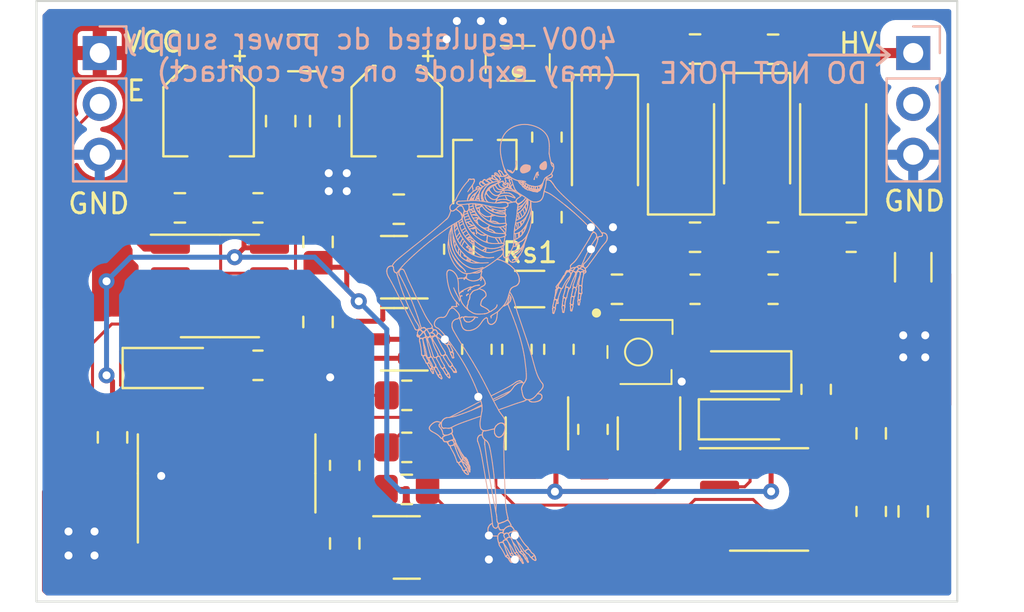
<source format=kicad_pcb>
(kicad_pcb (version 20221018) (generator pcbnew)

  (general
    (thickness 1.6)
  )

  (paper "A4")
  (layers
    (0 "F.Cu" signal)
    (31 "B.Cu" signal)
    (32 "B.Adhes" user "B.Adhesive")
    (33 "F.Adhes" user "F.Adhesive")
    (34 "B.Paste" user)
    (35 "F.Paste" user)
    (36 "B.SilkS" user "B.Silkscreen")
    (37 "F.SilkS" user "F.Silkscreen")
    (38 "B.Mask" user)
    (39 "F.Mask" user)
    (40 "Dwgs.User" user "User.Drawings")
    (41 "Cmts.User" user "User.Comments")
    (42 "Eco1.User" user "User.Eco1")
    (43 "Eco2.User" user "User.Eco2")
    (44 "Edge.Cuts" user)
    (45 "Margin" user)
    (46 "B.CrtYd" user "B.Courtyard")
    (47 "F.CrtYd" user "F.Courtyard")
    (48 "B.Fab" user)
    (49 "F.Fab" user)
    (50 "User.1" user)
    (51 "User.2" user)
    (52 "User.3" user)
    (53 "User.4" user)
    (54 "User.5" user)
    (55 "User.6" user)
    (56 "User.7" user)
    (57 "User.8" user)
    (58 "User.9" user)
  )

  (setup
    (stackup
      (layer "F.SilkS" (type "Top Silk Screen"))
      (layer "F.Paste" (type "Top Solder Paste"))
      (layer "F.Mask" (type "Top Solder Mask") (thickness 0.01))
      (layer "F.Cu" (type "copper") (thickness 0.035))
      (layer "dielectric 1" (type "core") (thickness 1.51) (material "FR4") (epsilon_r 4.5) (loss_tangent 0.02))
      (layer "B.Cu" (type "copper") (thickness 0.035))
      (layer "B.Mask" (type "Bottom Solder Mask") (thickness 0.01))
      (layer "B.Paste" (type "Bottom Solder Paste"))
      (layer "B.SilkS" (type "Bottom Silk Screen"))
      (copper_finish "None")
      (dielectric_constraints no)
    )
    (pad_to_mask_clearance 0)
    (pcbplotparams
      (layerselection 0x00010fc_ffffffff)
      (plot_on_all_layers_selection 0x0000000_00000000)
      (disableapertmacros false)
      (usegerberextensions true)
      (usegerberattributes true)
      (usegerberadvancedattributes true)
      (creategerberjobfile false)
      (dashed_line_dash_ratio 12.000000)
      (dashed_line_gap_ratio 3.000000)
      (svgprecision 4)
      (plotframeref false)
      (viasonmask false)
      (mode 1)
      (useauxorigin false)
      (hpglpennumber 1)
      (hpglpenspeed 20)
      (hpglpendiameter 15.000000)
      (dxfpolygonmode true)
      (dxfimperialunits true)
      (dxfusepcbnewfont true)
      (psnegative false)
      (psa4output false)
      (plotreference true)
      (plotvalue true)
      (plotinvisibletext false)
      (sketchpadsonfab false)
      (subtractmaskfromsilk true)
      (outputformat 1)
      (mirror false)
      (drillshape 0)
      (scaleselection 1)
      (outputdirectory "gerber/")
    )
  )

  (net 0 "")
  (net 1 "VCC")
  (net 2 "GND")
  (net 3 "/VPR")
  (net 4 "Net-(C5-Pad1)")
  (net 5 "VPP")
  (net 6 "/VTR_SEC")
  (net 7 "/GATE")
  (net 8 "Net-(D2-K)")
  (net 9 "/VFEED")
  (net 10 "Net-(D3-K)")
  (net 11 "Net-(D1-K)")
  (net 12 "Net-(C9-Pad1)")
  (net 13 "/VERR")
  (net 14 "Net-(D4-K)")
  (net 15 "/ENABLE")
  (net 16 "unconnected-(J2-Pin_2-Pad2)")
  (net 17 "/RFEED_H")
  (net 18 "Net-(Q2-B)")
  (net 19 "Net-(Q2-E)")
  (net 20 "/SR_Q")
  (net 21 "/EN_LINE")
  (net 22 "/SR_R")
  (net 23 "/SR_NQ")
  (net 24 "/SR_S")
  (net 25 "Net-(U5-CV)")
  (net 26 "Net-(D5-K)")
  (net 27 "Net-(C19-Pad1)")
  (net 28 "Net-(D6-K)")
  (net 29 "Net-(D6-A)")
  (net 30 "Net-(D7-K)")
  (net 31 "/MOS_D")
  (net 32 "Net-(U1-+)")
  (net 33 "Net-(U1--)")
  (net 34 "Net-(U2-+)")
  (net 35 "Net-(U6A-+)")
  (net 36 "Net-(U6B-+)")
  (net 37 "Net-(U3-Pad2)")

  (footprint "Capacitor_SMD:C_0805_2012Metric_Pad1.18x1.45mm_HandSolder" (layer "F.Cu") (at 158.6 42 90))

  (footprint "Resistor_SMD:R_0805_2012Metric_Pad1.20x1.40mm_HandSolder" (layer "F.Cu") (at 140.9 37.8 -90))

  (footprint "Resistor_SMD:R_0805_2012Metric_Pad1.20x1.40mm_HandSolder" (layer "F.Cu") (at 149.8 34.8 180))

  (footprint "Package_TO_SOT_SMD:SOT-23-5" (layer "F.Cu") (at 147.5 42 -90))

  (footprint "Resistor_SMD:R_0805_2012Metric_Pad1.20x1.40mm_HandSolder" (layer "F.Cu") (at 144.7 41.8 90))

  (footprint "Capacitor_SMD:C_0805_2012Metric_Pad1.18x1.45mm_HandSolder" (layer "F.Cu") (at 120.7 42.2 -90))

  (footprint "Capacitor_SMD:C_0805_2012Metric_Pad1.18x1.45mm_HandSolder" (layer "F.Cu") (at 130.965 36.435 -90))

  (footprint "Package_SO:SOIC-8_3.9x4.9mm_P1.27mm" (layer "F.Cu") (at 126.065 34.635))

  (footprint "Capacitor_SMD:C_0805_2012Metric_Pad1.18x1.45mm_HandSolder" (layer "F.Cu") (at 153.7 22.81))

  (footprint "Package_TO_SOT_SMD:SOT-23" (layer "F.Cu") (at 135.4 47.7))

  (footprint "Diode_SMD:D_SOD-123" (layer "F.Cu") (at 152.25 38.9 180))

  (footprint "Diode_SMD:D_SMA" (layer "F.Cu") (at 149.1 27.555 90))

  (footprint "Resistor_SMD:R_0805_2012Metric_Pad1.20x1.40mm_HandSolder" (layer "F.Cu") (at 135.4 40.1))

  (footprint "Resistor_SMD:R_0805_2012Metric_Pad1.20x1.40mm_HandSolder" (layer "F.Cu") (at 155.85 39.8 90))

  (footprint "Resistor_SMD:R_0805_2012Metric_Pad1.20x1.40mm_HandSolder" (layer "F.Cu") (at 157.6 32.2))

  (footprint "lcsc_misc:VG039NCHXTB222" (layer "F.Cu") (at 148.575 37.885139 -90))

  (footprint "Resistor_SMD:R_1206_3216Metric_Pad1.30x1.75mm_HandSolder" (layer "F.Cu") (at 130.2 23))

  (footprint "Capacitor_SMD:C_0805_2012Metric_Pad1.18x1.45mm_HandSolder" (layer "F.Cu") (at 129.1 26.4 -90))

  (footprint "Resistor_SMD:R_0805_2012Metric_Pad1.20x1.40mm_HandSolder" (layer "F.Cu") (at 132.3 43.6 -90))

  (footprint "Diode_SMD:D_SOD-123" (layer "F.Cu") (at 152.35 41.3))

  (footprint "Resistor_SMD:R_0805_2012Metric_Pad1.20x1.40mm_HandSolder" (layer "F.Cu") (at 143 37.8 -90))

  (footprint "Package_SO:SOIC-14_3.9x8.7mm_P1.27mm" (layer "F.Cu") (at 126.4 44 90))

  (footprint "Diode_SMD:D_SOD-123" (layer "F.Cu") (at 123.565 38.735))

  (footprint "Resistor_SMD:R_0805_2012Metric_Pad1.20x1.40mm_HandSolder" (layer "F.Cu") (at 135.4 42.7))

  (footprint "Capacitor_SMD:C_0805_2012Metric_Pad1.18x1.45mm_HandSolder" (layer "F.Cu") (at 132.3 47.5 -90))

  (footprint "Package_TO_SOT_SMD:SOT-23" (layer "F.Cu") (at 134.7625 33.7 180))

  (footprint "Package_TO_SOT_SMD:SOT-23" (layer "F.Cu") (at 134.7625 37.3 180))

  (footprint "Diode_SMD:D_SMA" (layer "F.Cu") (at 145.3 27.6 -90))

  (footprint "lcsc_misc:ATB322524-0110-T000" (layer "F.Cu") (at 140.94 23.54))

  (footprint "Package_SO:SOIC-8_3.9x4.9mm_P1.27mm" (layer "F.Cu") (at 153.5 45.3))

  (footprint "Capacitor_SMD:C_1206_3216Metric_Pad1.33x1.80mm_HandSolder" (layer "F.Cu") (at 160.7 33.7 -90))

  (footprint "Capacitor_SMD:C_0805_2012Metric_Pad1.18x1.45mm_HandSolder" (layer "F.Cu") (at 149.8 32.2))

  (footprint "Capacitor_SMD:C_0805_2012Metric_Pad1.18x1.45mm_HandSolder" (layer "F.Cu") (at 149.8 22.8))

  (footprint "Capacitor_SMD:C_0805_2012Metric_Pad1.18x1.45mm_HandSolder" (layer "F.Cu") (at 135.4 44.8 180))

  (footprint "Capacitor_SMD:C_0805_2012Metric_Pad1.18x1.45mm_HandSolder" (layer "F.Cu") (at 153.7 32.2))

  (footprint "Diode_SMD:D_SMA" (layer "F.Cu") (at 156.7 27.555 90))

  (footprint "Capacitor_SMD:CP_Elec_4x5.4" (layer "F.Cu") (at 125.5 25.9 -90))

  (footprint "Capacitor_SMD:C_0805_2012Metric_Pad1.18x1.45mm_HandSolder" (layer "F.Cu") (at 142.4 31.2 -90))

  (footprint "Capacitor_SMD:C_0805_2012Metric_Pad1.18x1.45mm_HandSolder" (layer "F.Cu") (at 145.9 34.8 180))

  (footprint "Resistor_SMD:R_0805_2012Metric_Pad1.20x1.40mm_HandSolder" (layer "F.Cu") (at 138.9 37.8 -90))

  (footprint "Resistor_SMD:R_0805_2012Metric_Pad1.20x1.40mm_HandSolder" (layer "F.Cu") (at 158.6 45.9 90))

  (footprint "Resistor_SMD:R_1206_3216Metric_Pad1.30x1.75mm_HandSolder" (layer "F.Cu") (at 141.54 34.79))

  (footprint "Diode_SMD:D_SMA" (layer "F.Cu") (at 152.9 27.51 -90))

  (footprint "Resistor_SMD:R_0805_2012Metric_Pad1.20x1.40mm_HandSolder" (layer "F.Cu") (at 138 32.8 90))

  (footprint "Resistor_SMD:R_0805_2012Metric_Pad1.20x1.40mm_HandSolder" (layer "F.Cu") (at 127.965 38.6))

  (footprint "Capacitor_SMD:CP_Elec_4x5.4" (layer "F.Cu") (at 134.9 25.9 -90))

  (footprint "Resistor_SMD:R_0805_2012Metric_Pad1.20x1.40mm_HandSolder" (layer "F.Cu") (at 142.4 27.2 -90))

  (footprint "Capacitor_SMD:C_0805_2012Metric_Pad1.18x1.45mm_HandSolder" (layer "F.Cu") (at 160.7 45.9 90))

  (footprint "Capacitor_SMD:C_0805_2012Metric_Pad1.18x1.45mm_HandSolder" (layer "F.Cu") (at 131.3 26.4 -90))

  (footprint "Capacitor_SMD:C_0805_2012Metric_Pad1.18x1.45mm_HandSolder" (layer "F.Cu") (at 124.065 30.735 180))

  (footprint "Capacitor_SMD:C_0805_2012Metric_Pad1.18x1.45mm_HandSolder" (layer "F.Cu")
    (tstamp dfd04d1b-a8e1-4999-96d0-7313441bf5f4)
    (at 135 30.8 180)
    (descr "Capacitor SMD 0805 (2012 Metric), square (rectangular) end terminal, IPC_7351 nominal with elongated pad for handsoldering. (Body size source: IPC-SM-782 page 76, https://www.pcb-3d.com/wordpress/wp-content/uploads/ipc-sm-782a_amendment_1_and_2.pdf, https://docs.google.com/spreadsheets/d/1BsfQQcO9C6DZCsRaXUlFlo91Tg2WpOkGARC1WS5S8t0/edit?usp=sharing), generated with kicad-footprint-generator")
    (tags "capacitor handsolder")
    (property "LCSC" "C1710")
    (property "Sheetfile" "geiger_counter.kicad_sch")
    (property "Sheetname" "")
    (property "ki_description" "Unpolarized capacitor, small symbol")
    (property "ki_keywords" "capacitor cap")
    (path "/7402e223-b305-49b2-b47f-af142d316dcb")
    (attr smd)
    (fp_text reference "C13" (at 0 -1.68) (layer "F.SilkS") hide
        (effects (font (size 1 1) (thickness 0.15)))
      (tstamp d1d68517-9bb9-4b7a-8362-d9fe25c229ab)
    )
    (fp_text value "10n" (at 0 1.68) (layer "F.Fab")
        (effects (font (size 1 1) (thickness 0.15)))
      (tstamp 931878dd-12b1-4afa-a06b-911e491092ee)
    )
    (fp_text user "${REFERENCE}" (at 0 0) (layer "F.Fab")
        (effects (font (size 0.5 0.5) (thickness 0.08)))
      (tstamp e269bece-a5ea-40d6-b00f-dec1b23e2953)
    )
    (fp_line (start -0.261252 -0.735) (end 0.261252 -0.735)
      (stroke (width 0.12) (type solid)) (layer "F.SilkS") (tstamp 3a1d2319-c6cd-4d59-a67b-a98276931e8b))
    (fp_line (start -0.261252 0.735) (end 0.261252 0.735)
      
... [6533968 chars truncated]
</source>
